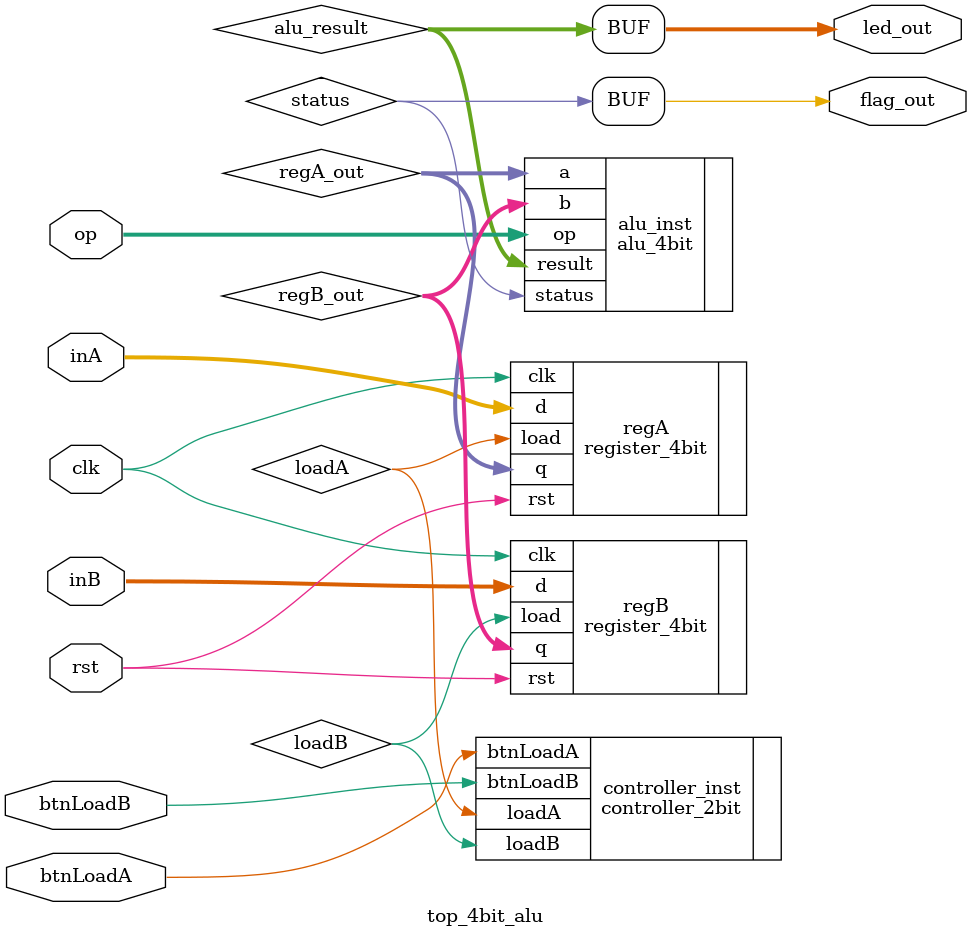
<source format=v>

module top_4bit_alu (
    input  wire       clk,
    input  wire       rst,
    input  wire [3:0] inA,      // 4-bit input for A
    input  wire [3:0] inB,      // 4-bit input for B
    input  wire       btnLoadA,
    input  wire       btnLoadB,
    input  wire [1:0] op,       // 00=Add, 01=Sub, 10=Mul, 11=Div
    output wire [7:0] led_out,  // 8-bit ALU result
    output wire       flag_out  // carry/borrow/overflow/div0
);

    // Signals
    wire loadA, loadB;
    wire [3:0] regA_out;
    wire [3:0] regB_out;
    wire [7:0] alu_result;
    wire       status;

    // Controller
    controller_2bit controller_inst (
        .btnLoadA(btnLoadA),
        .btnLoadB(btnLoadB),
        .loadA(loadA),
        .loadB(loadB)
    );

    // 4-bit Register for A
    register_4bit regA (
        .clk(clk),
        .rst(rst),
        .load(loadA),
        .d(inA),
        .q(regA_out)
    );

    // 4-bit Register for B
    register_4bit regB (
        .clk(clk),
        .rst(rst),
        .load(loadB),
        .d(inB),
        .q(regB_out)
    );

    // 4-bit ALU
    alu_4bit alu_inst (
        .a(regA_out),
        .b(regB_out),
        .op(op),
        .result(alu_result),
        .status(status)
    );

    // Outputs
    assign led_out  = alu_result;
    assign flag_out = status;

endmodule

</source>
